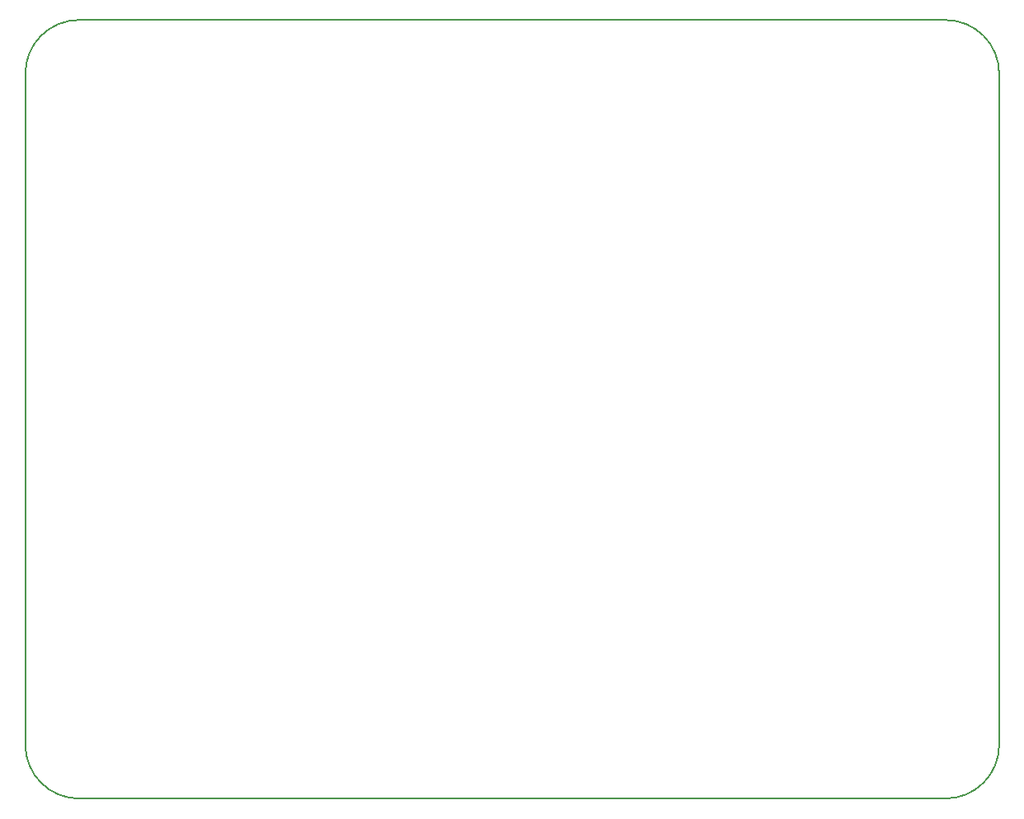
<source format=gbr>
%TF.GenerationSoftware,KiCad,Pcbnew,9.0.3*%
%TF.CreationDate,2025-12-16T09:58:40+01:00*%
%TF.ProjectId,PTP_Josip_Bosnic_Project1,5054505f-4a6f-4736-9970-5f426f736e69,rev?*%
%TF.SameCoordinates,Original*%
%TF.FileFunction,Profile,NP*%
%FSLAX46Y46*%
G04 Gerber Fmt 4.6, Leading zero omitted, Abs format (unit mm)*
G04 Created by KiCad (PCBNEW 9.0.3) date 2025-12-16 09:58:40*
%MOMM*%
%LPD*%
G01*
G04 APERTURE LIST*
%TA.AperFunction,Profile*%
%ADD10C,0.200000*%
%TD*%
G04 APERTURE END LIST*
D10*
X100000000Y-50500000D02*
G75*
G02*
X105500000Y-45000000I5500000J0D01*
G01*
X105500000Y-45000000D02*
X194500000Y-45000000D01*
X194500000Y-45000000D02*
G75*
G02*
X200000000Y-50500000I0J-5500000D01*
G01*
X200000000Y-119500000D02*
G75*
G02*
X194500000Y-125000000I-5500000J0D01*
G01*
X100000000Y-119500000D02*
X100000000Y-50500000D01*
X194500000Y-125000000D02*
X105500000Y-125000000D01*
X105500000Y-125000000D02*
G75*
G02*
X100000000Y-119500000I0J5500000D01*
G01*
X200000000Y-50500000D02*
X200000000Y-119500000D01*
M02*

</source>
